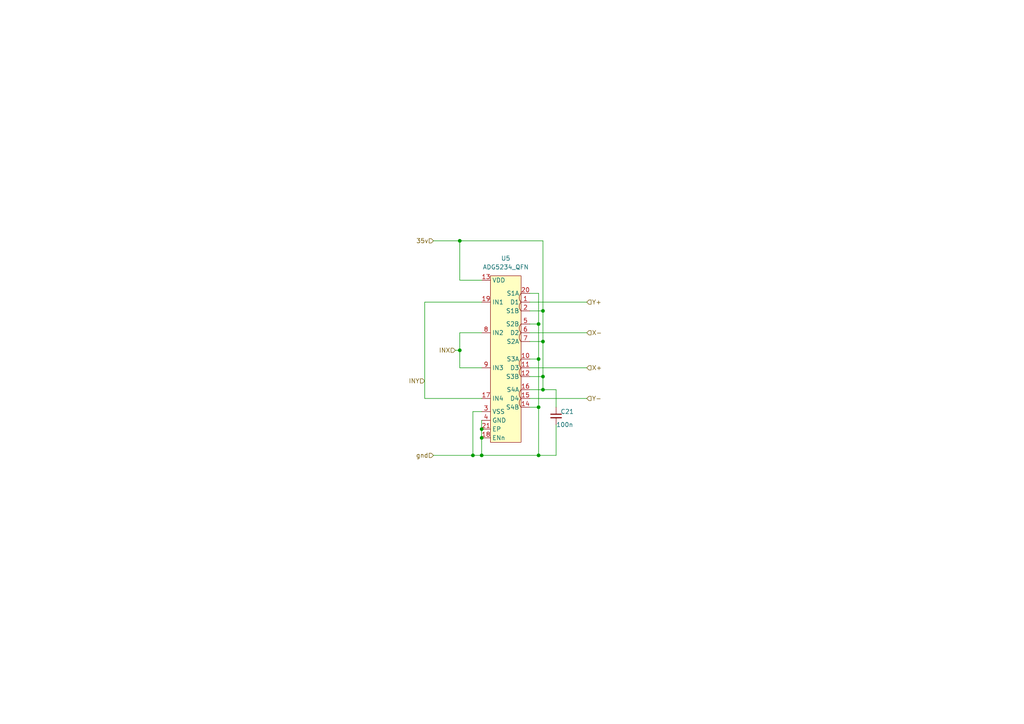
<source format=kicad_sch>
(kicad_sch
	(version 20231120)
	(generator "eeschema")
	(generator_version "8.0")
	(uuid "e24c59bc-30ee-41bd-8883-fedeec8eec77")
	(paper "A4")
	(lib_symbols
		(symbol "0_kicad_custom_symbols:ADG5234_QFN"
			(exclude_from_sim no)
			(in_bom yes)
			(on_board yes)
			(property "Reference" "U"
				(at 0 25.4 0)
				(effects
					(font
						(size 1.27 1.27)
					)
				)
			)
			(property "Value" "ADG5234_QFN"
				(at 1.27 22.86 0)
				(effects
					(font
						(size 1.27 1.27)
					)
				)
			)
			(property "Footprint" ""
				(at 0 30.48 0)
				(effects
					(font
						(size 1.27 1.27)
					)
					(hide yes)
				)
			)
			(property "Datasheet" ""
				(at 0 30.48 0)
				(effects
					(font
						(size 1.27 1.27)
					)
					(hide yes)
				)
			)
			(property "Description" ""
				(at 0 0 0)
				(effects
					(font
						(size 1.27 1.27)
					)
					(hide yes)
				)
			)
			(symbol "ADG5234_QFN_0_0"
				(pin unspecified line
					(at 7.62 13.97 180)
					(length 2.54)
					(name "D1"
						(effects
							(font
								(size 1.27 1.27)
							)
						)
					)
					(number "1"
						(effects
							(font
								(size 1.27 1.27)
							)
						)
					)
				)
				(pin unspecified line
					(at 7.62 -2.54 180)
					(length 2.54)
					(name "S3A"
						(effects
							(font
								(size 1.27 1.27)
							)
						)
					)
					(number "10"
						(effects
							(font
								(size 1.27 1.27)
							)
						)
					)
				)
				(pin unspecified line
					(at 7.62 -5.08 180)
					(length 2.54)
					(name "D3"
						(effects
							(font
								(size 1.27 1.27)
							)
						)
					)
					(number "11"
						(effects
							(font
								(size 1.27 1.27)
							)
						)
					)
				)
				(pin unspecified line
					(at 7.62 -7.62 180)
					(length 2.54)
					(name "S3B"
						(effects
							(font
								(size 1.27 1.27)
							)
						)
					)
					(number "12"
						(effects
							(font
								(size 1.27 1.27)
							)
						)
					)
				)
				(pin unspecified line
					(at -6.35 20.32 0)
					(length 2.54)
					(name "VDD"
						(effects
							(font
								(size 1.27 1.27)
							)
						)
					)
					(number "13"
						(effects
							(font
								(size 1.27 1.27)
							)
						)
					)
				)
				(pin unspecified line
					(at 7.62 -16.51 180)
					(length 2.54)
					(name "S4B"
						(effects
							(font
								(size 1.27 1.27)
							)
						)
					)
					(number "14"
						(effects
							(font
								(size 1.27 1.27)
							)
						)
					)
				)
				(pin unspecified line
					(at 7.62 -13.97 180)
					(length 2.54)
					(name "D4"
						(effects
							(font
								(size 1.27 1.27)
							)
						)
					)
					(number "15"
						(effects
							(font
								(size 1.27 1.27)
							)
						)
					)
				)
				(pin unspecified line
					(at 7.62 -11.43 180)
					(length 2.54)
					(name "S4A"
						(effects
							(font
								(size 1.27 1.27)
							)
						)
					)
					(number "16"
						(effects
							(font
								(size 1.27 1.27)
							)
						)
					)
				)
				(pin unspecified line
					(at -6.35 -13.97 0)
					(length 2.54)
					(name "IN4"
						(effects
							(font
								(size 1.27 1.27)
							)
						)
					)
					(number "17"
						(effects
							(font
								(size 1.27 1.27)
							)
						)
					)
				)
				(pin unspecified line
					(at -6.35 -25.4 0)
					(length 2.54)
					(name "ENn"
						(effects
							(font
								(size 1.27 1.27)
							)
						)
					)
					(number "18"
						(effects
							(font
								(size 1.27 1.27)
							)
						)
					)
				)
				(pin unspecified line
					(at -6.35 13.97 0)
					(length 2.54)
					(name "IN1"
						(effects
							(font
								(size 1.27 1.27)
							)
						)
					)
					(number "19"
						(effects
							(font
								(size 1.27 1.27)
							)
						)
					)
				)
				(pin unspecified line
					(at 7.62 11.43 180)
					(length 2.54)
					(name "S1B"
						(effects
							(font
								(size 1.27 1.27)
							)
						)
					)
					(number "2"
						(effects
							(font
								(size 1.27 1.27)
							)
						)
					)
				)
				(pin unspecified line
					(at 7.62 16.51 180)
					(length 2.54)
					(name "S1A"
						(effects
							(font
								(size 1.27 1.27)
							)
						)
					)
					(number "20"
						(effects
							(font
								(size 1.27 1.27)
							)
						)
					)
				)
				(pin unspecified line
					(at -6.35 -22.86 0)
					(length 2.54)
					(name "EP"
						(effects
							(font
								(size 1.27 1.27)
							)
						)
					)
					(number "21"
						(effects
							(font
								(size 1.27 1.27)
							)
						)
					)
				)
				(pin unspecified line
					(at -6.35 -17.78 0)
					(length 2.54)
					(name "VSS"
						(effects
							(font
								(size 1.27 1.27)
							)
						)
					)
					(number "3"
						(effects
							(font
								(size 1.27 1.27)
							)
						)
					)
				)
				(pin unspecified line
					(at -6.35 -20.32 0)
					(length 2.54)
					(name "GND"
						(effects
							(font
								(size 1.27 1.27)
							)
						)
					)
					(number "4"
						(effects
							(font
								(size 1.27 1.27)
							)
						)
					)
				)
				(pin unspecified line
					(at 7.62 7.62 180)
					(length 2.54)
					(name "S2B"
						(effects
							(font
								(size 1.27 1.27)
							)
						)
					)
					(number "5"
						(effects
							(font
								(size 1.27 1.27)
							)
						)
					)
				)
				(pin unspecified line
					(at 7.62 5.08 180)
					(length 2.54)
					(name "D2"
						(effects
							(font
								(size 1.27 1.27)
							)
						)
					)
					(number "6"
						(effects
							(font
								(size 1.27 1.27)
							)
						)
					)
				)
				(pin unspecified line
					(at 7.62 2.54 180)
					(length 2.54)
					(name "S2A"
						(effects
							(font
								(size 1.27 1.27)
							)
						)
					)
					(number "7"
						(effects
							(font
								(size 1.27 1.27)
							)
						)
					)
				)
				(pin unspecified line
					(at -6.35 5.08 0)
					(length 2.54)
					(name "IN2"
						(effects
							(font
								(size 1.27 1.27)
							)
						)
					)
					(number "8"
						(effects
							(font
								(size 1.27 1.27)
							)
						)
					)
				)
				(pin unspecified line
					(at -6.35 -5.08 0)
					(length 2.54)
					(name "IN3"
						(effects
							(font
								(size 1.27 1.27)
							)
						)
					)
					(number "9"
						(effects
							(font
								(size 1.27 1.27)
							)
						)
					)
				)
			)
			(symbol "ADG5234_QFN_0_1"
				(rectangle
					(start -3.81 21.59)
					(end 5.08 -26.67)
					(stroke
						(width 0)
						(type default)
					)
					(fill
						(type background)
					)
				)
				(arc
					(start 5.08 -13.97)
					(mid 4.5539 -15.24)
					(end 5.08 -16.51)
					(stroke
						(width 0)
						(type default)
					)
					(fill
						(type none)
					)
				)
				(arc
					(start 5.08 -11.43)
					(mid 4.5539 -12.7)
					(end 5.08 -13.97)
					(stroke
						(width 0)
						(type default)
					)
					(fill
						(type none)
					)
				)
				(arc
					(start 5.08 -5.08)
					(mid 4.5539 -6.35)
					(end 5.08 -7.62)
					(stroke
						(width 0)
						(type default)
					)
					(fill
						(type none)
					)
				)
				(arc
					(start 5.08 -2.54)
					(mid 4.5539 -3.81)
					(end 5.08 -5.08)
					(stroke
						(width 0)
						(type default)
					)
					(fill
						(type none)
					)
				)
				(arc
					(start 5.08 5.08)
					(mid 4.5539 3.81)
					(end 5.08 2.54)
					(stroke
						(width 0)
						(type default)
					)
					(fill
						(type none)
					)
				)
				(arc
					(start 5.08 7.62)
					(mid 4.5539 6.35)
					(end 5.08 5.08)
					(stroke
						(width 0)
						(type default)
					)
					(fill
						(type none)
					)
				)
				(arc
					(start 5.08 13.97)
					(mid 4.5539 12.7)
					(end 5.08 11.43)
					(stroke
						(width 0)
						(type default)
					)
					(fill
						(type none)
					)
				)
				(arc
					(start 5.08 16.51)
					(mid 4.5539 15.24)
					(end 5.08 13.97)
					(stroke
						(width 0)
						(type default)
					)
					(fill
						(type none)
					)
				)
			)
		)
		(symbol "Device:C_Small"
			(pin_numbers hide)
			(pin_names
				(offset 0.254) hide)
			(exclude_from_sim no)
			(in_bom yes)
			(on_board yes)
			(property "Reference" "C"
				(at 0.254 1.778 0)
				(effects
					(font
						(size 1.27 1.27)
					)
					(justify left)
				)
			)
			(property "Value" "C_Small"
				(at 0.254 -2.032 0)
				(effects
					(font
						(size 1.27 1.27)
					)
					(justify left)
				)
			)
			(property "Footprint" ""
				(at 0 0 0)
				(effects
					(font
						(size 1.27 1.27)
					)
					(hide yes)
				)
			)
			(property "Datasheet" "~"
				(at 0 0 0)
				(effects
					(font
						(size 1.27 1.27)
					)
					(hide yes)
				)
			)
			(property "Description" "Unpolarized capacitor, small symbol"
				(at 0 0 0)
				(effects
					(font
						(size 1.27 1.27)
					)
					(hide yes)
				)
			)
			(property "ki_keywords" "capacitor cap"
				(at 0 0 0)
				(effects
					(font
						(size 1.27 1.27)
					)
					(hide yes)
				)
			)
			(property "ki_fp_filters" "C_*"
				(at 0 0 0)
				(effects
					(font
						(size 1.27 1.27)
					)
					(hide yes)
				)
			)
			(symbol "C_Small_0_1"
				(polyline
					(pts
						(xy -1.524 -0.508) (xy 1.524 -0.508)
					)
					(stroke
						(width 0.3302)
						(type default)
					)
					(fill
						(type none)
					)
				)
				(polyline
					(pts
						(xy -1.524 0.508) (xy 1.524 0.508)
					)
					(stroke
						(width 0.3048)
						(type default)
					)
					(fill
						(type none)
					)
				)
			)
			(symbol "C_Small_1_1"
				(pin passive line
					(at 0 2.54 270)
					(length 2.032)
					(name "~"
						(effects
							(font
								(size 1.27 1.27)
							)
						)
					)
					(number "1"
						(effects
							(font
								(size 1.27 1.27)
							)
						)
					)
				)
				(pin passive line
					(at 0 -2.54 90)
					(length 2.032)
					(name "~"
						(effects
							(font
								(size 1.27 1.27)
							)
						)
					)
					(number "2"
						(effects
							(font
								(size 1.27 1.27)
							)
						)
					)
				)
			)
		)
	)
	(junction
		(at 133.35 69.85)
		(diameter 0)
		(color 0 0 0 0)
		(uuid "0e6a124c-8084-480f-9a99-d3906c03930c")
	)
	(junction
		(at 156.21 118.11)
		(diameter 0)
		(color 0 0 0 0)
		(uuid "64a2ab99-487d-448f-a06f-c2d84fed988b")
	)
	(junction
		(at 157.48 90.17)
		(diameter 0)
		(color 0 0 0 0)
		(uuid "683e27cf-5494-419e-883a-035a56ee37ec")
	)
	(junction
		(at 139.7 127)
		(diameter 0)
		(color 0 0 0 0)
		(uuid "6f7819a0-efbf-41a7-bf83-a04f11a74294")
	)
	(junction
		(at 133.35 101.6)
		(diameter 0)
		(color 0 0 0 0)
		(uuid "6fd1009c-a02c-4c0c-a053-83e190699436")
	)
	(junction
		(at 156.21 104.14)
		(diameter 0)
		(color 0 0 0 0)
		(uuid "951a02f3-281e-4e30-aeec-72bbea17f82d")
	)
	(junction
		(at 139.7 132.08)
		(diameter 0)
		(color 0 0 0 0)
		(uuid "a5beb8f4-6e77-4f83-9fe0-12bc07b4a250")
	)
	(junction
		(at 137.16 132.08)
		(diameter 0)
		(color 0 0 0 0)
		(uuid "ae5fb645-205d-4eda-a48a-ca7aa002cf0f")
	)
	(junction
		(at 157.48 109.22)
		(diameter 0)
		(color 0 0 0 0)
		(uuid "baa7104c-13b2-466a-ad60-56e358dcf56a")
	)
	(junction
		(at 139.7 124.46)
		(diameter 0)
		(color 0 0 0 0)
		(uuid "c45e7591-28e2-4422-a84a-8f10665854a8")
	)
	(junction
		(at 156.21 132.08)
		(diameter 0)
		(color 0 0 0 0)
		(uuid "e3e938b8-1090-4cfe-9c76-9379d0e5416c")
	)
	(junction
		(at 157.48 113.03)
		(diameter 0)
		(color 0 0 0 0)
		(uuid "ebdc58f4-1e0d-48ee-bc6e-43859c50dac6")
	)
	(junction
		(at 157.48 99.06)
		(diameter 0)
		(color 0 0 0 0)
		(uuid "eedf279e-5f1a-473a-abab-599a63eb7003")
	)
	(junction
		(at 156.21 93.98)
		(diameter 0)
		(color 0 0 0 0)
		(uuid "f138edb4-a847-47dd-8370-ea192e90d9a6")
	)
	(wire
		(pts
			(xy 157.48 99.06) (xy 157.48 109.22)
		)
		(stroke
			(width 0)
			(type default)
		)
		(uuid "05ae2539-24e0-465a-ab22-56fcfbe5c1f9")
	)
	(wire
		(pts
			(xy 157.48 109.22) (xy 157.48 113.03)
		)
		(stroke
			(width 0)
			(type default)
		)
		(uuid "086f9a29-fdb3-4044-9446-bb4dd98c4ff8")
	)
	(wire
		(pts
			(xy 139.7 115.57) (xy 123.19 115.57)
		)
		(stroke
			(width 0)
			(type default)
		)
		(uuid "0bf07343-3c5e-40de-98b5-2fcf1a0e68a7")
	)
	(wire
		(pts
			(xy 161.29 113.03) (xy 157.48 113.03)
		)
		(stroke
			(width 0)
			(type default)
		)
		(uuid "110a07c8-a465-435b-b989-6ca432394d50")
	)
	(wire
		(pts
			(xy 153.67 104.14) (xy 156.21 104.14)
		)
		(stroke
			(width 0)
			(type default)
		)
		(uuid "112802d1-977b-4959-8c5a-d755d7d39c50")
	)
	(wire
		(pts
			(xy 133.35 106.68) (xy 139.7 106.68)
		)
		(stroke
			(width 0)
			(type default)
		)
		(uuid "18d82788-e395-4802-9753-55051a24ceea")
	)
	(wire
		(pts
			(xy 156.21 132.08) (xy 156.21 118.11)
		)
		(stroke
			(width 0)
			(type default)
		)
		(uuid "18e434c7-1a19-4f19-b8a6-9e0e8ab886ef")
	)
	(wire
		(pts
			(xy 133.35 81.28) (xy 133.35 69.85)
		)
		(stroke
			(width 0)
			(type default)
		)
		(uuid "1993ec1b-f618-4dae-9198-619b10ec3c8a")
	)
	(wire
		(pts
			(xy 156.21 104.14) (xy 156.21 118.11)
		)
		(stroke
			(width 0)
			(type default)
		)
		(uuid "1b5709d1-b1fa-4870-b0a7-0e0fde7050b5")
	)
	(wire
		(pts
			(xy 139.7 127) (xy 139.7 132.08)
		)
		(stroke
			(width 0)
			(type default)
		)
		(uuid "1b72b93d-9959-40d8-ab29-2d46a2b66180")
	)
	(wire
		(pts
			(xy 156.21 118.11) (xy 153.67 118.11)
		)
		(stroke
			(width 0)
			(type default)
		)
		(uuid "1c32f55f-b45c-460a-8f33-cc74eeba98f6")
	)
	(wire
		(pts
			(xy 153.67 99.06) (xy 157.48 99.06)
		)
		(stroke
			(width 0)
			(type default)
		)
		(uuid "1f527716-5bd2-4518-b4e3-ce61d9e516e8")
	)
	(wire
		(pts
			(xy 139.7 119.38) (xy 137.16 119.38)
		)
		(stroke
			(width 0)
			(type default)
		)
		(uuid "25676944-8dfb-437c-9e58-469308296453")
	)
	(wire
		(pts
			(xy 156.21 85.09) (xy 156.21 93.98)
		)
		(stroke
			(width 0)
			(type default)
		)
		(uuid "2b3fef75-4a7e-4f9f-bd33-e5f7555ba17b")
	)
	(wire
		(pts
			(xy 157.48 90.17) (xy 157.48 99.06)
		)
		(stroke
			(width 0)
			(type default)
		)
		(uuid "353c9e28-b872-45f3-aeec-7c5711daf0eb")
	)
	(wire
		(pts
			(xy 153.67 87.63) (xy 170.18 87.63)
		)
		(stroke
			(width 0)
			(type default)
		)
		(uuid "3730fed8-0917-41ee-8ddc-763aec5118a2")
	)
	(wire
		(pts
			(xy 125.73 132.08) (xy 137.16 132.08)
		)
		(stroke
			(width 0)
			(type default)
		)
		(uuid "4aa0580f-5aa9-4405-aea4-49b50ee476d8")
	)
	(wire
		(pts
			(xy 153.67 106.68) (xy 170.18 106.68)
		)
		(stroke
			(width 0)
			(type default)
		)
		(uuid "52d2db6e-82ba-4163-8b41-7fdf23c55957")
	)
	(wire
		(pts
			(xy 153.67 90.17) (xy 157.48 90.17)
		)
		(stroke
			(width 0)
			(type default)
		)
		(uuid "550f0e4d-b7b5-4351-94d7-b38ae5c936f4")
	)
	(wire
		(pts
			(xy 123.19 115.57) (xy 123.19 87.63)
		)
		(stroke
			(width 0)
			(type default)
		)
		(uuid "5538956d-1fe3-4098-a928-b8545a731e17")
	)
	(wire
		(pts
			(xy 153.67 115.57) (xy 170.18 115.57)
		)
		(stroke
			(width 0)
			(type default)
		)
		(uuid "680a7553-0590-4ff1-9567-0de05566554b")
	)
	(wire
		(pts
			(xy 137.16 132.08) (xy 139.7 132.08)
		)
		(stroke
			(width 0)
			(type default)
		)
		(uuid "6e01fd89-23ed-45c8-b139-0c613ce0f470")
	)
	(wire
		(pts
			(xy 133.35 69.85) (xy 157.48 69.85)
		)
		(stroke
			(width 0)
			(type default)
		)
		(uuid "782c360c-9494-4f3a-b41e-f68cf8609e35")
	)
	(wire
		(pts
			(xy 161.29 118.11) (xy 161.29 113.03)
		)
		(stroke
			(width 0)
			(type default)
		)
		(uuid "7d2f5d82-d0b6-494d-b973-3541c2b2d0ef")
	)
	(wire
		(pts
			(xy 161.29 123.19) (xy 161.29 132.08)
		)
		(stroke
			(width 0)
			(type default)
		)
		(uuid "7f518e6c-f899-47cf-85b2-c4e035699cc6")
	)
	(wire
		(pts
			(xy 133.35 101.6) (xy 133.35 106.68)
		)
		(stroke
			(width 0)
			(type default)
		)
		(uuid "8fd06dd7-3301-41e1-b897-d5e2f01d52dc")
	)
	(wire
		(pts
			(xy 139.7 81.28) (xy 133.35 81.28)
		)
		(stroke
			(width 0)
			(type default)
		)
		(uuid "96388b54-15df-432a-81bc-9e923e94e165")
	)
	(wire
		(pts
			(xy 139.7 124.46) (xy 139.7 127)
		)
		(stroke
			(width 0)
			(type default)
		)
		(uuid "99159087-1d53-4b17-b8ef-91678a76c005")
	)
	(wire
		(pts
			(xy 123.19 87.63) (xy 139.7 87.63)
		)
		(stroke
			(width 0)
			(type default)
		)
		(uuid "afa9faa9-792c-4ca4-b079-d7c80042824a")
	)
	(wire
		(pts
			(xy 139.7 121.92) (xy 139.7 124.46)
		)
		(stroke
			(width 0)
			(type default)
		)
		(uuid "b8f69afd-70b5-4037-99e3-e1501d32376f")
	)
	(wire
		(pts
			(xy 157.48 69.85) (xy 157.48 90.17)
		)
		(stroke
			(width 0)
			(type default)
		)
		(uuid "b9f8a667-cd74-48fb-8c27-bcdd892f6159")
	)
	(wire
		(pts
			(xy 139.7 96.52) (xy 133.35 96.52)
		)
		(stroke
			(width 0)
			(type default)
		)
		(uuid "c306d39c-6df1-4a3a-82f7-79d8a5ec62c1")
	)
	(wire
		(pts
			(xy 137.16 119.38) (xy 137.16 132.08)
		)
		(stroke
			(width 0)
			(type default)
		)
		(uuid "c4b1aef7-44c3-4524-a33b-79bb2d404809")
	)
	(wire
		(pts
			(xy 161.29 132.08) (xy 156.21 132.08)
		)
		(stroke
			(width 0)
			(type default)
		)
		(uuid "c8fc9ee6-9617-47ef-ad87-4fe11ff69ba9")
	)
	(wire
		(pts
			(xy 153.67 113.03) (xy 157.48 113.03)
		)
		(stroke
			(width 0)
			(type default)
		)
		(uuid "c9909460-4f62-4d84-a6bd-e08d5aa25812")
	)
	(wire
		(pts
			(xy 156.21 93.98) (xy 156.21 104.14)
		)
		(stroke
			(width 0)
			(type default)
		)
		(uuid "cebde606-4a05-4fc4-81dd-634ae3317c22")
	)
	(wire
		(pts
			(xy 133.35 96.52) (xy 133.35 101.6)
		)
		(stroke
			(width 0)
			(type default)
		)
		(uuid "d8e037d0-c829-4818-90c8-5944216b6793")
	)
	(wire
		(pts
			(xy 156.21 85.09) (xy 153.67 85.09)
		)
		(stroke
			(width 0)
			(type default)
		)
		(uuid "e607df5a-4879-4d1c-baed-e9c2352faa5a")
	)
	(wire
		(pts
			(xy 153.67 109.22) (xy 157.48 109.22)
		)
		(stroke
			(width 0)
			(type default)
		)
		(uuid "ec6a4952-722d-4e11-af47-85278e03d006")
	)
	(wire
		(pts
			(xy 125.73 69.85) (xy 133.35 69.85)
		)
		(stroke
			(width 0)
			(type default)
		)
		(uuid "f039be26-8f40-4e4f-87e5-ec3f4c66e09d")
	)
	(wire
		(pts
			(xy 139.7 132.08) (xy 156.21 132.08)
		)
		(stroke
			(width 0)
			(type default)
		)
		(uuid "f96405fd-8700-4e8d-bc76-c7ee4bbbbc84")
	)
	(wire
		(pts
			(xy 132.08 101.6) (xy 133.35 101.6)
		)
		(stroke
			(width 0)
			(type default)
		)
		(uuid "fa09b62e-66db-4adf-bd4e-25cfc0bdb32a")
	)
	(wire
		(pts
			(xy 153.67 96.52) (xy 170.18 96.52)
		)
		(stroke
			(width 0)
			(type default)
		)
		(uuid "fa3b195b-cd82-4ca8-a107-54dfd0a651c8")
	)
	(wire
		(pts
			(xy 153.67 93.98) (xy 156.21 93.98)
		)
		(stroke
			(width 0)
			(type default)
		)
		(uuid "facf3115-aea7-4046-9a18-6ec29754af93")
	)
	(hierarchical_label "X+"
		(shape input)
		(at 170.18 106.68 0)
		(fields_autoplaced yes)
		(effects
			(font
				(size 1.27 1.27)
			)
			(justify left)
		)
		(uuid "0e9a291c-6b47-4aa0-ae6c-3eb46d9228d9")
	)
	(hierarchical_label "35v"
		(shape input)
		(at 125.73 69.85 180)
		(fields_autoplaced yes)
		(effects
			(font
				(size 1.27 1.27)
			)
			(justify right)
		)
		(uuid "11a3a768-3f5d-4ec9-96f8-7c32d7360c38")
	)
	(hierarchical_label "INY"
		(shape input)
		(at 123.19 110.49 180)
		(fields_autoplaced yes)
		(effects
			(font
				(size 1.27 1.27)
			)
			(justify right)
		)
		(uuid "2d4151e4-5d88-4e92-ae4d-ae8f6f2af2b5")
	)
	(hierarchical_label "X-"
		(shape input)
		(at 170.18 96.52 0)
		(fields_autoplaced yes)
		(effects
			(font
				(size 1.27 1.27)
			)
			(justify left)
		)
		(uuid "3592e466-6215-4ead-a8a8-1071385a27eb")
	)
	(hierarchical_label "INX"
		(shape input)
		(at 132.08 101.6 180)
		(fields_autoplaced yes)
		(effects
			(font
				(size 1.27 1.27)
			)
			(justify right)
		)
		(uuid "50f3286e-6f1c-4704-8ac7-d21273cc7948")
	)
	(hierarchical_label "gnd"
		(shape input)
		(at 125.73 132.08 180)
		(fields_autoplaced yes)
		(effects
			(font
				(size 1.27 1.27)
			)
			(justify right)
		)
		(uuid "5e1f6029-490e-4bfb-8c20-54078db4c57a")
	)
	(hierarchical_label "Y+"
		(shape input)
		(at 170.18 87.63 0)
		(fields_autoplaced yes)
		(effects
			(font
				(size 1.27 1.27)
			)
			(justify left)
		)
		(uuid "82bb3d6c-7e98-44aa-a09d-affd06e9f2a3")
	)
	(hierarchical_label "Y-"
		(shape input)
		(at 170.18 115.57 0)
		(fields_autoplaced yes)
		(effects
			(font
				(size 1.27 1.27)
			)
			(justify left)
		)
		(uuid "c2a2e0f2-bc77-4578-b558-a2ac2960c01b")
	)
	(symbol
		(lib_id "Device:C_Small")
		(at 161.29 120.65 0)
		(unit 1)
		(exclude_from_sim no)
		(in_bom yes)
		(on_board yes)
		(dnp no)
		(uuid "1e1675b2-4454-44dd-b79b-24891cacff64")
		(property "Reference" "C21"
			(at 162.56 119.38 0)
			(effects
				(font
					(size 1.27 1.27)
				)
				(justify left)
			)
		)
		(property "Value" "100n"
			(at 161.29 123.19 0)
			(effects
				(font
					(size 1.27 1.27)
				)
				(justify left)
			)
		)
		(property "Footprint" "Capacitor_SMD:C_0402_1005Metric"
			(at 161.29 120.65 0)
			(effects
				(font
					(size 1.27 1.27)
				)
				(hide yes)
			)
		)
		(property "Datasheet" "~"
			(at 161.29 120.65 0)
			(effects
				(font
					(size 1.27 1.27)
				)
				(hide yes)
			)
		)
		(property "Description" ""
			(at 161.29 120.65 0)
			(effects
				(font
					(size 1.27 1.27)
				)
				(hide yes)
			)
		)
		(pin "1"
			(uuid "497ca588-9293-4481-bb9e-621c62585c77")
		)
		(pin "2"
			(uuid "16925ef5-c55d-47ad-9654-847a545b2341")
		)
		(instances
			(project "controller test board"
				(path "/e63e39d7-6ac0-4ffd-8aa3-1841a4541b55/14bdb1be-8c57-4013-96b8-dfc97af1ff59"
					(reference "C21")
					(unit 1)
				)
			)
		)
	)
	(symbol
		(lib_id "0_kicad_custom_symbols:ADG5234_QFN")
		(at 146.05 101.6 0)
		(unit 1)
		(exclude_from_sim no)
		(in_bom yes)
		(on_board yes)
		(dnp no)
		(fields_autoplaced yes)
		(uuid "7d1df039-4df9-4eaa-b59d-fbb03e9f84b4")
		(property "Reference" "U5"
			(at 146.685 74.93 0)
			(effects
				(font
					(size 1.27 1.27)
				)
			)
		)
		(property "Value" "ADG5234_QFN"
			(at 146.685 77.47 0)
			(effects
				(font
					(size 1.27 1.27)
				)
			)
		)
		(property "Footprint" "Package_DFN_QFN:QFN-20-1EP_4x4mm_P0.5mm_EP2.6x2.6mm"
			(at 146.05 71.12 0)
			(effects
				(font
					(size 1.27 1.27)
				)
				(hide yes)
			)
		)
		(property "Datasheet" ""
			(at 146.05 71.12 0)
			(effects
				(font
					(size 1.27 1.27)
				)
				(hide yes)
			)
		)
		(property "Description" ""
			(at 146.05 101.6 0)
			(effects
				(font
					(size 1.27 1.27)
				)
				(hide yes)
			)
		)
		(pin "15"
			(uuid "073c99ad-06d4-4d9d-9945-b488501c4af4")
		)
		(pin "1"
			(uuid "0a4849f7-bdf6-4a99-9a12-00bd3882b255")
		)
		(pin "16"
			(uuid "626666be-94d8-4ce9-bc05-e4f526f818e7")
		)
		(pin "8"
			(uuid "b3f8e7e6-5ded-4c5a-aea1-8ecb90f2c30b")
		)
		(pin "17"
			(uuid "a6fee52b-609e-48e0-956f-7cd16ae4902e")
		)
		(pin "6"
			(uuid "0fbef126-01b9-40d3-ae6d-79082a22e522")
		)
		(pin "7"
			(uuid "29fc2bae-fa7b-4bb4-b815-5b2ae63bb067")
		)
		(pin "12"
			(uuid "7c89f63b-90d4-4819-92f1-5dcdf260ce11")
		)
		(pin "18"
			(uuid "edc38c15-f556-453c-b15a-de27ed7e19e4")
		)
		(pin "5"
			(uuid "7dc01ec9-e741-41d1-9ca3-cc3ae8767d18")
		)
		(pin "21"
			(uuid "3b6e5d7a-e3d7-4db2-906e-088584e9ca03")
		)
		(pin "19"
			(uuid "554e06ec-5a33-40c7-8378-dccc7a1038bb")
		)
		(pin "20"
			(uuid "ffe556bf-5846-4ad7-81ad-891ec6dc42a9")
		)
		(pin "4"
			(uuid "286b41a3-9b69-4678-ac2f-b4dd1e57caaa")
		)
		(pin "9"
			(uuid "0aef99ff-b608-491c-9107-f9de9309132c")
		)
		(pin "3"
			(uuid "2f715bad-3397-46fd-aaf3-35959a2bad7b")
		)
		(pin "11"
			(uuid "264fe6f7-52bb-4add-84bc-2d8bb2c02a91")
		)
		(pin "14"
			(uuid "e5d54f2d-a10c-4a02-9e45-9853460b2cf9")
		)
		(pin "2"
			(uuid "203a7509-f2f1-48a0-86d1-24c8ab2985a3")
		)
		(pin "10"
			(uuid "c491b4d7-4d98-4e8c-88f6-b00d6abf4dac")
		)
		(pin "13"
			(uuid "fb892894-830b-4ff4-be30-ec1aa9ff40d2")
		)
		(instances
			(project "controller test board"
				(path "/e63e39d7-6ac0-4ffd-8aa3-1841a4541b55/14bdb1be-8c57-4013-96b8-dfc97af1ff59"
					(reference "U5")
					(unit 1)
				)
			)
		)
	)
)

</source>
